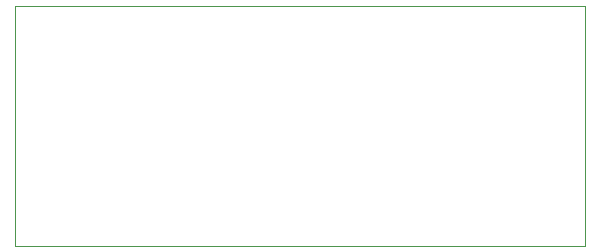
<source format=gbr>
%TF.GenerationSoftware,KiCad,Pcbnew,5.1.10*%
%TF.CreationDate,2021-08-17T12:22:00-04:00*%
%TF.ProjectId,OBD_BO,4f42445f-424f-42e6-9b69-6361645f7063,rev?*%
%TF.SameCoordinates,Original*%
%TF.FileFunction,Profile,NP*%
%FSLAX46Y46*%
G04 Gerber Fmt 4.6, Leading zero omitted, Abs format (unit mm)*
G04 Created by KiCad (PCBNEW 5.1.10) date 2021-08-17 12:22:00*
%MOMM*%
%LPD*%
G01*
G04 APERTURE LIST*
%TA.AperFunction,Profile*%
%ADD10C,0.050000*%
%TD*%
G04 APERTURE END LIST*
D10*
X128270000Y-87630000D02*
X80010000Y-87630000D01*
X128270000Y-67310000D02*
X128270000Y-87630000D01*
X80010000Y-67310000D02*
X128270000Y-67310000D01*
X80010000Y-87630000D02*
X80010000Y-67310000D01*
M02*

</source>
